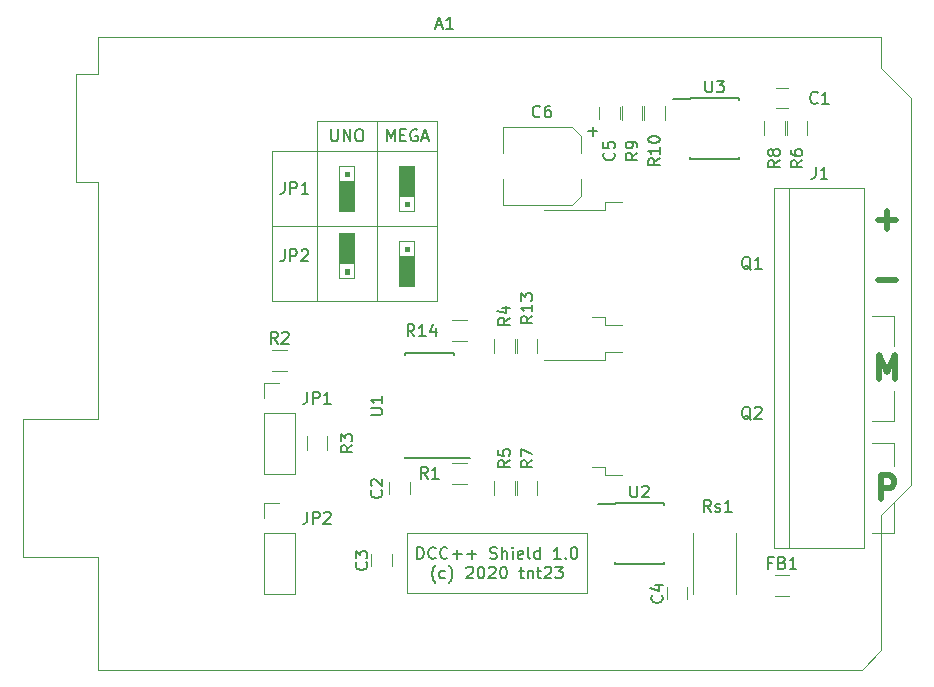
<source format=gbr>
G04 #@! TF.GenerationSoftware,KiCad,Pcbnew,(5.1.5)-2*
G04 #@! TF.CreationDate,2020-02-10T11:52:49+03:00*
G04 #@! TF.ProjectId,dccshield,64636373-6869-4656-9c64-2e6b69636164,rev?*
G04 #@! TF.SameCoordinates,Original*
G04 #@! TF.FileFunction,Legend,Top*
G04 #@! TF.FilePolarity,Positive*
%FSLAX46Y46*%
G04 Gerber Fmt 4.6, Leading zero omitted, Abs format (unit mm)*
G04 Created by KiCad (PCBNEW (5.1.5)-2) date 2020-02-10 11:52:49*
%MOMM*%
%LPD*%
G04 APERTURE LIST*
%ADD10C,0.120000*%
%ADD11C,0.150000*%
%ADD12C,0.500000*%
%ADD13C,0.100000*%
G04 APERTURE END LIST*
D10*
X150495000Y-123190000D02*
X150495000Y-118110000D01*
X165735000Y-123190000D02*
X150495000Y-123190000D01*
X165735000Y-118110000D02*
X165735000Y-123190000D01*
X150495000Y-118110000D02*
X165735000Y-118110000D01*
D11*
X151353095Y-120277380D02*
X151353095Y-119277380D01*
X151591190Y-119277380D01*
X151734047Y-119325000D01*
X151829285Y-119420238D01*
X151876904Y-119515476D01*
X151924523Y-119705952D01*
X151924523Y-119848809D01*
X151876904Y-120039285D01*
X151829285Y-120134523D01*
X151734047Y-120229761D01*
X151591190Y-120277380D01*
X151353095Y-120277380D01*
X152924523Y-120182142D02*
X152876904Y-120229761D01*
X152734047Y-120277380D01*
X152638809Y-120277380D01*
X152495952Y-120229761D01*
X152400714Y-120134523D01*
X152353095Y-120039285D01*
X152305476Y-119848809D01*
X152305476Y-119705952D01*
X152353095Y-119515476D01*
X152400714Y-119420238D01*
X152495952Y-119325000D01*
X152638809Y-119277380D01*
X152734047Y-119277380D01*
X152876904Y-119325000D01*
X152924523Y-119372619D01*
X153924523Y-120182142D02*
X153876904Y-120229761D01*
X153734047Y-120277380D01*
X153638809Y-120277380D01*
X153495952Y-120229761D01*
X153400714Y-120134523D01*
X153353095Y-120039285D01*
X153305476Y-119848809D01*
X153305476Y-119705952D01*
X153353095Y-119515476D01*
X153400714Y-119420238D01*
X153495952Y-119325000D01*
X153638809Y-119277380D01*
X153734047Y-119277380D01*
X153876904Y-119325000D01*
X153924523Y-119372619D01*
X154353095Y-119896428D02*
X155115000Y-119896428D01*
X154734047Y-120277380D02*
X154734047Y-119515476D01*
X155591190Y-119896428D02*
X156353095Y-119896428D01*
X155972142Y-120277380D02*
X155972142Y-119515476D01*
X157543571Y-120229761D02*
X157686428Y-120277380D01*
X157924523Y-120277380D01*
X158019761Y-120229761D01*
X158067380Y-120182142D01*
X158115000Y-120086904D01*
X158115000Y-119991666D01*
X158067380Y-119896428D01*
X158019761Y-119848809D01*
X157924523Y-119801190D01*
X157734047Y-119753571D01*
X157638809Y-119705952D01*
X157591190Y-119658333D01*
X157543571Y-119563095D01*
X157543571Y-119467857D01*
X157591190Y-119372619D01*
X157638809Y-119325000D01*
X157734047Y-119277380D01*
X157972142Y-119277380D01*
X158115000Y-119325000D01*
X158543571Y-120277380D02*
X158543571Y-119277380D01*
X158972142Y-120277380D02*
X158972142Y-119753571D01*
X158924523Y-119658333D01*
X158829285Y-119610714D01*
X158686428Y-119610714D01*
X158591190Y-119658333D01*
X158543571Y-119705952D01*
X159448333Y-120277380D02*
X159448333Y-119610714D01*
X159448333Y-119277380D02*
X159400714Y-119325000D01*
X159448333Y-119372619D01*
X159495952Y-119325000D01*
X159448333Y-119277380D01*
X159448333Y-119372619D01*
X160305476Y-120229761D02*
X160210238Y-120277380D01*
X160019761Y-120277380D01*
X159924523Y-120229761D01*
X159876904Y-120134523D01*
X159876904Y-119753571D01*
X159924523Y-119658333D01*
X160019761Y-119610714D01*
X160210238Y-119610714D01*
X160305476Y-119658333D01*
X160353095Y-119753571D01*
X160353095Y-119848809D01*
X159876904Y-119944047D01*
X160924523Y-120277380D02*
X160829285Y-120229761D01*
X160781666Y-120134523D01*
X160781666Y-119277380D01*
X161734047Y-120277380D02*
X161734047Y-119277380D01*
X161734047Y-120229761D02*
X161638809Y-120277380D01*
X161448333Y-120277380D01*
X161353095Y-120229761D01*
X161305476Y-120182142D01*
X161257857Y-120086904D01*
X161257857Y-119801190D01*
X161305476Y-119705952D01*
X161353095Y-119658333D01*
X161448333Y-119610714D01*
X161638809Y-119610714D01*
X161734047Y-119658333D01*
X163495952Y-120277380D02*
X162924523Y-120277380D01*
X163210238Y-120277380D02*
X163210238Y-119277380D01*
X163115000Y-119420238D01*
X163019761Y-119515476D01*
X162924523Y-119563095D01*
X163924523Y-120182142D02*
X163972142Y-120229761D01*
X163924523Y-120277380D01*
X163876904Y-120229761D01*
X163924523Y-120182142D01*
X163924523Y-120277380D01*
X164591190Y-119277380D02*
X164686428Y-119277380D01*
X164781666Y-119325000D01*
X164829285Y-119372619D01*
X164876904Y-119467857D01*
X164924523Y-119658333D01*
X164924523Y-119896428D01*
X164876904Y-120086904D01*
X164829285Y-120182142D01*
X164781666Y-120229761D01*
X164686428Y-120277380D01*
X164591190Y-120277380D01*
X164495952Y-120229761D01*
X164448333Y-120182142D01*
X164400714Y-120086904D01*
X164353095Y-119896428D01*
X164353095Y-119658333D01*
X164400714Y-119467857D01*
X164448333Y-119372619D01*
X164495952Y-119325000D01*
X164591190Y-119277380D01*
X152900714Y-122308333D02*
X152853095Y-122260714D01*
X152757857Y-122117857D01*
X152710238Y-122022619D01*
X152662619Y-121879761D01*
X152615000Y-121641666D01*
X152615000Y-121451190D01*
X152662619Y-121213095D01*
X152710238Y-121070238D01*
X152757857Y-120975000D01*
X152853095Y-120832142D01*
X152900714Y-120784523D01*
X153710238Y-121879761D02*
X153615000Y-121927380D01*
X153424523Y-121927380D01*
X153329285Y-121879761D01*
X153281666Y-121832142D01*
X153234047Y-121736904D01*
X153234047Y-121451190D01*
X153281666Y-121355952D01*
X153329285Y-121308333D01*
X153424523Y-121260714D01*
X153615000Y-121260714D01*
X153710238Y-121308333D01*
X154043571Y-122308333D02*
X154091190Y-122260714D01*
X154186428Y-122117857D01*
X154234047Y-122022619D01*
X154281666Y-121879761D01*
X154329285Y-121641666D01*
X154329285Y-121451190D01*
X154281666Y-121213095D01*
X154234047Y-121070238D01*
X154186428Y-120975000D01*
X154091190Y-120832142D01*
X154043571Y-120784523D01*
X155519761Y-121022619D02*
X155567380Y-120975000D01*
X155662619Y-120927380D01*
X155900714Y-120927380D01*
X155995952Y-120975000D01*
X156043571Y-121022619D01*
X156091190Y-121117857D01*
X156091190Y-121213095D01*
X156043571Y-121355952D01*
X155472142Y-121927380D01*
X156091190Y-121927380D01*
X156710238Y-120927380D02*
X156805476Y-120927380D01*
X156900714Y-120975000D01*
X156948333Y-121022619D01*
X156995952Y-121117857D01*
X157043571Y-121308333D01*
X157043571Y-121546428D01*
X156995952Y-121736904D01*
X156948333Y-121832142D01*
X156900714Y-121879761D01*
X156805476Y-121927380D01*
X156710238Y-121927380D01*
X156615000Y-121879761D01*
X156567380Y-121832142D01*
X156519761Y-121736904D01*
X156472142Y-121546428D01*
X156472142Y-121308333D01*
X156519761Y-121117857D01*
X156567380Y-121022619D01*
X156615000Y-120975000D01*
X156710238Y-120927380D01*
X157424523Y-121022619D02*
X157472142Y-120975000D01*
X157567380Y-120927380D01*
X157805476Y-120927380D01*
X157900714Y-120975000D01*
X157948333Y-121022619D01*
X157995952Y-121117857D01*
X157995952Y-121213095D01*
X157948333Y-121355952D01*
X157376904Y-121927380D01*
X157995952Y-121927380D01*
X158615000Y-120927380D02*
X158710238Y-120927380D01*
X158805476Y-120975000D01*
X158853095Y-121022619D01*
X158900714Y-121117857D01*
X158948333Y-121308333D01*
X158948333Y-121546428D01*
X158900714Y-121736904D01*
X158853095Y-121832142D01*
X158805476Y-121879761D01*
X158710238Y-121927380D01*
X158615000Y-121927380D01*
X158519761Y-121879761D01*
X158472142Y-121832142D01*
X158424523Y-121736904D01*
X158376904Y-121546428D01*
X158376904Y-121308333D01*
X158424523Y-121117857D01*
X158472142Y-121022619D01*
X158519761Y-120975000D01*
X158615000Y-120927380D01*
X159995952Y-121260714D02*
X160376904Y-121260714D01*
X160138809Y-120927380D02*
X160138809Y-121784523D01*
X160186428Y-121879761D01*
X160281666Y-121927380D01*
X160376904Y-121927380D01*
X160710238Y-121260714D02*
X160710238Y-121927380D01*
X160710238Y-121355952D02*
X160757857Y-121308333D01*
X160853095Y-121260714D01*
X160995952Y-121260714D01*
X161091190Y-121308333D01*
X161138809Y-121403571D01*
X161138809Y-121927380D01*
X161472142Y-121260714D02*
X161853095Y-121260714D01*
X161615000Y-120927380D02*
X161615000Y-121784523D01*
X161662619Y-121879761D01*
X161757857Y-121927380D01*
X161853095Y-121927380D01*
X162138809Y-121022619D02*
X162186428Y-120975000D01*
X162281666Y-120927380D01*
X162519761Y-120927380D01*
X162615000Y-120975000D01*
X162662619Y-121022619D01*
X162710238Y-121117857D01*
X162710238Y-121213095D01*
X162662619Y-121355952D01*
X162091190Y-121927380D01*
X162710238Y-121927380D01*
X163043571Y-120927380D02*
X163662619Y-120927380D01*
X163329285Y-121308333D01*
X163472142Y-121308333D01*
X163567380Y-121355952D01*
X163615000Y-121403571D01*
X163662619Y-121498809D01*
X163662619Y-121736904D01*
X163615000Y-121832142D01*
X163567380Y-121879761D01*
X163472142Y-121927380D01*
X163186428Y-121927380D01*
X163091190Y-121879761D01*
X163043571Y-121832142D01*
D10*
X191770000Y-118110000D02*
X191770000Y-115570000D01*
X189865000Y-118110000D02*
X191770000Y-118110000D01*
X191770000Y-110490000D02*
X191770000Y-112395000D01*
X189865000Y-110490000D02*
X191770000Y-110490000D01*
D12*
X190611190Y-115204761D02*
X190611190Y-113204761D01*
X191373095Y-113204761D01*
X191563571Y-113300000D01*
X191658809Y-113395238D01*
X191754047Y-113585714D01*
X191754047Y-113871428D01*
X191658809Y-114061904D01*
X191563571Y-114157142D01*
X191373095Y-114252380D01*
X190611190Y-114252380D01*
D10*
X191770000Y-108585000D02*
X189865000Y-108585000D01*
X191770000Y-106045000D02*
X191770000Y-108585000D01*
X191770000Y-99695000D02*
X189865000Y-99695000D01*
X191770000Y-102235000D02*
X191770000Y-99695000D01*
D12*
X190468333Y-105044761D02*
X190468333Y-103044761D01*
X191135000Y-104473333D01*
X191801666Y-103044761D01*
X191801666Y-105044761D01*
X190373095Y-96662857D02*
X191896904Y-96662857D01*
X190373095Y-91582857D02*
X191896904Y-91582857D01*
X191135000Y-92344761D02*
X191135000Y-90820952D01*
D10*
X139065000Y-85725000D02*
X139065000Y-98425000D01*
X139065000Y-92075000D02*
X153035000Y-92075000D01*
X147955000Y-83185000D02*
X147955000Y-98425000D01*
X139065000Y-85725000D02*
X153035000Y-85725000D01*
X142875000Y-98425000D02*
X142875000Y-83185000D01*
X153035000Y-98425000D02*
X139065000Y-98425000D01*
X153035000Y-83185000D02*
X153035000Y-98425000D01*
X142875000Y-83185000D02*
X153035000Y-83185000D01*
X149860000Y-90805000D02*
X151130000Y-90805000D01*
X151130000Y-90805000D02*
X151130000Y-89535000D01*
X149860000Y-89535000D02*
X149860000Y-90805000D01*
D13*
G36*
X151130000Y-89535000D02*
G01*
X149860000Y-89535000D01*
X149860000Y-86995000D01*
X151130000Y-86995000D01*
X151130000Y-89535000D01*
G37*
X151130000Y-89535000D02*
X149860000Y-89535000D01*
X149860000Y-86995000D01*
X151130000Y-86995000D01*
X151130000Y-89535000D01*
X150328333Y-90015238D02*
X150328333Y-90396190D01*
X150352142Y-90396190D02*
X150352142Y-90015238D01*
X150375952Y-90015238D02*
X150375952Y-90396190D01*
X150399761Y-90396190D02*
X150399761Y-90015238D01*
X150423571Y-90015238D02*
X150423571Y-90396190D01*
X150447380Y-90396190D02*
X150447380Y-90015238D01*
X150471190Y-90015238D02*
X150471190Y-90396190D01*
X150495000Y-90396190D02*
X150495000Y-90015238D01*
X150518809Y-90015238D02*
X150518809Y-90396190D01*
X150542619Y-90396190D02*
X150542619Y-90015238D01*
X150566428Y-90015238D02*
X150566428Y-90396190D01*
X150590238Y-90396190D02*
X150590238Y-90015238D01*
X150614047Y-90015238D02*
X150614047Y-90396190D01*
X150637857Y-90396190D02*
X150637857Y-90015238D01*
X150661666Y-90015238D02*
X150661666Y-90396190D01*
X150304523Y-90015238D02*
X150685476Y-90015238D01*
X150685476Y-90396190D01*
X150304523Y-90396190D01*
X150304523Y-90015238D01*
G36*
X151130000Y-97155000D02*
G01*
X149860000Y-97155000D01*
X149860000Y-94615000D01*
X151130000Y-94615000D01*
X151130000Y-97155000D01*
G37*
X151130000Y-97155000D02*
X149860000Y-97155000D01*
X149860000Y-94615000D01*
X151130000Y-94615000D01*
X151130000Y-97155000D01*
D10*
X149860000Y-93345000D02*
X149860000Y-94615000D01*
D13*
X150328333Y-93825238D02*
X150328333Y-94206190D01*
X150352142Y-94206190D02*
X150352142Y-93825238D01*
X150375952Y-93825238D02*
X150375952Y-94206190D01*
X150399761Y-94206190D02*
X150399761Y-93825238D01*
X150423571Y-93825238D02*
X150423571Y-94206190D01*
X150447380Y-94206190D02*
X150447380Y-93825238D01*
X150471190Y-93825238D02*
X150471190Y-94206190D01*
X150495000Y-94206190D02*
X150495000Y-93825238D01*
X150518809Y-93825238D02*
X150518809Y-94206190D01*
X150542619Y-94206190D02*
X150542619Y-93825238D01*
X150566428Y-93825238D02*
X150566428Y-94206190D01*
X150590238Y-94206190D02*
X150590238Y-93825238D01*
X150614047Y-93825238D02*
X150614047Y-94206190D01*
X150637857Y-94206190D02*
X150637857Y-93825238D01*
X150661666Y-93825238D02*
X150661666Y-94206190D01*
X150304523Y-93825238D02*
X150685476Y-93825238D01*
X150685476Y-94206190D01*
X150304523Y-94206190D01*
X150304523Y-93825238D01*
D10*
X151130000Y-93345000D02*
X149860000Y-93345000D01*
X151130000Y-94615000D02*
X151130000Y-93345000D01*
D13*
X145248333Y-95730238D02*
X145248333Y-96111190D01*
X145272142Y-96111190D02*
X145272142Y-95730238D01*
X145295952Y-95730238D02*
X145295952Y-96111190D01*
X145319761Y-96111190D02*
X145319761Y-95730238D01*
X145343571Y-95730238D02*
X145343571Y-96111190D01*
X145367380Y-96111190D02*
X145367380Y-95730238D01*
X145391190Y-95730238D02*
X145391190Y-96111190D01*
X145415000Y-96111190D02*
X145415000Y-95730238D01*
X145438809Y-95730238D02*
X145438809Y-96111190D01*
X145462619Y-96111190D02*
X145462619Y-95730238D01*
X145486428Y-95730238D02*
X145486428Y-96111190D01*
X145510238Y-96111190D02*
X145510238Y-95730238D01*
X145534047Y-95730238D02*
X145534047Y-96111190D01*
X145557857Y-96111190D02*
X145557857Y-95730238D01*
X145581666Y-95730238D02*
X145581666Y-96111190D01*
X145224523Y-95730238D02*
X145605476Y-95730238D01*
X145605476Y-96111190D01*
X145224523Y-96111190D01*
X145224523Y-95730238D01*
X145248333Y-87475238D02*
X145248333Y-87856190D01*
X145272142Y-87856190D02*
X145272142Y-87475238D01*
X145295952Y-87475238D02*
X145295952Y-87856190D01*
X145319761Y-87856190D02*
X145319761Y-87475238D01*
X145343571Y-87475238D02*
X145343571Y-87856190D01*
X145367380Y-87856190D02*
X145367380Y-87475238D01*
X145391190Y-87475238D02*
X145391190Y-87856190D01*
X145415000Y-87856190D02*
X145415000Y-87475238D01*
X145438809Y-87475238D02*
X145438809Y-87856190D01*
X145462619Y-87856190D02*
X145462619Y-87475238D01*
X145486428Y-87475238D02*
X145486428Y-87856190D01*
X145510238Y-87856190D02*
X145510238Y-87475238D01*
X145534047Y-87475238D02*
X145534047Y-87856190D01*
X145557857Y-87856190D02*
X145557857Y-87475238D01*
X145581666Y-87475238D02*
X145581666Y-87856190D01*
X145224523Y-87475238D02*
X145605476Y-87475238D01*
X145605476Y-87856190D01*
X145224523Y-87856190D01*
X145224523Y-87475238D01*
G36*
X146050000Y-95250000D02*
G01*
X144780000Y-95250000D01*
X144780000Y-92710000D01*
X146050000Y-92710000D01*
X146050000Y-95250000D01*
G37*
X146050000Y-95250000D02*
X144780000Y-95250000D01*
X144780000Y-92710000D01*
X146050000Y-92710000D01*
X146050000Y-95250000D01*
D10*
X146050000Y-96520000D02*
X146050000Y-95250000D01*
X144780000Y-96520000D02*
X146050000Y-96520000D01*
X144780000Y-95250000D02*
X144780000Y-96520000D01*
X144780000Y-86995000D02*
X144780000Y-88265000D01*
X146050000Y-86995000D02*
X144780000Y-86995000D01*
X146050000Y-88265000D02*
X146050000Y-86995000D01*
D13*
G36*
X146050000Y-90805000D02*
G01*
X144780000Y-90805000D01*
X144780000Y-88265000D01*
X146050000Y-88265000D01*
X146050000Y-90805000D01*
G37*
X146050000Y-90805000D02*
X144780000Y-90805000D01*
X144780000Y-88265000D01*
X146050000Y-88265000D01*
X146050000Y-90805000D01*
D11*
X140136666Y-94067380D02*
X140136666Y-94781666D01*
X140089047Y-94924523D01*
X139993809Y-95019761D01*
X139850952Y-95067380D01*
X139755714Y-95067380D01*
X140612857Y-95067380D02*
X140612857Y-94067380D01*
X140993809Y-94067380D01*
X141089047Y-94115000D01*
X141136666Y-94162619D01*
X141184285Y-94257857D01*
X141184285Y-94400714D01*
X141136666Y-94495952D01*
X141089047Y-94543571D01*
X140993809Y-94591190D01*
X140612857Y-94591190D01*
X141565238Y-94162619D02*
X141612857Y-94115000D01*
X141708095Y-94067380D01*
X141946190Y-94067380D01*
X142041428Y-94115000D01*
X142089047Y-94162619D01*
X142136666Y-94257857D01*
X142136666Y-94353095D01*
X142089047Y-94495952D01*
X141517619Y-95067380D01*
X142136666Y-95067380D01*
X140136666Y-88352380D02*
X140136666Y-89066666D01*
X140089047Y-89209523D01*
X139993809Y-89304761D01*
X139850952Y-89352380D01*
X139755714Y-89352380D01*
X140612857Y-89352380D02*
X140612857Y-88352380D01*
X140993809Y-88352380D01*
X141089047Y-88400000D01*
X141136666Y-88447619D01*
X141184285Y-88542857D01*
X141184285Y-88685714D01*
X141136666Y-88780952D01*
X141089047Y-88828571D01*
X140993809Y-88876190D01*
X140612857Y-88876190D01*
X142136666Y-89352380D02*
X141565238Y-89352380D01*
X141850952Y-89352380D02*
X141850952Y-88352380D01*
X141755714Y-88495238D01*
X141660476Y-88590476D01*
X141565238Y-88638095D01*
X148780714Y-84907380D02*
X148780714Y-83907380D01*
X149114047Y-84621666D01*
X149447380Y-83907380D01*
X149447380Y-84907380D01*
X149923571Y-84383571D02*
X150256904Y-84383571D01*
X150399761Y-84907380D02*
X149923571Y-84907380D01*
X149923571Y-83907380D01*
X150399761Y-83907380D01*
X151352142Y-83955000D02*
X151256904Y-83907380D01*
X151114047Y-83907380D01*
X150971190Y-83955000D01*
X150875952Y-84050238D01*
X150828333Y-84145476D01*
X150780714Y-84335952D01*
X150780714Y-84478809D01*
X150828333Y-84669285D01*
X150875952Y-84764523D01*
X150971190Y-84859761D01*
X151114047Y-84907380D01*
X151209285Y-84907380D01*
X151352142Y-84859761D01*
X151399761Y-84812142D01*
X151399761Y-84478809D01*
X151209285Y-84478809D01*
X151780714Y-84621666D02*
X152256904Y-84621666D01*
X151685476Y-84907380D02*
X152018809Y-83907380D01*
X152352142Y-84907380D01*
X144081666Y-83907380D02*
X144081666Y-84716904D01*
X144129285Y-84812142D01*
X144176904Y-84859761D01*
X144272142Y-84907380D01*
X144462619Y-84907380D01*
X144557857Y-84859761D01*
X144605476Y-84812142D01*
X144653095Y-84716904D01*
X144653095Y-83907380D01*
X145129285Y-84907380D02*
X145129285Y-83907380D01*
X145700714Y-84907380D01*
X145700714Y-83907380D01*
X146367380Y-83907380D02*
X146557857Y-83907380D01*
X146653095Y-83955000D01*
X146748333Y-84050238D01*
X146795952Y-84240714D01*
X146795952Y-84574047D01*
X146748333Y-84764523D01*
X146653095Y-84859761D01*
X146557857Y-84907380D01*
X146367380Y-84907380D01*
X146272142Y-84859761D01*
X146176904Y-84764523D01*
X146129285Y-84574047D01*
X146129285Y-84240714D01*
X146176904Y-84050238D01*
X146272142Y-83955000D01*
X146367380Y-83907380D01*
D10*
X182845000Y-123435000D02*
X181645000Y-123435000D01*
X181645000Y-121675000D02*
X182845000Y-121675000D01*
X190630000Y-116590000D02*
X193170000Y-114050000D01*
X190630000Y-128020000D02*
X190630000Y-116590000D01*
X188980000Y-129670000D02*
X190630000Y-128020000D01*
X124330000Y-129670000D02*
X188980000Y-129670000D01*
X124330000Y-120140000D02*
X124330000Y-129670000D01*
X117980000Y-120140000D02*
X124330000Y-120140000D01*
X117980000Y-108460000D02*
X117980000Y-120140000D01*
X124330000Y-108460000D02*
X117980000Y-108460000D01*
X124330000Y-88390000D02*
X124330000Y-108460000D01*
X122430000Y-88390000D02*
X124330000Y-88390000D01*
X122430000Y-79250000D02*
X122430000Y-88390000D01*
X124330000Y-79250000D02*
X122430000Y-79250000D01*
X124330000Y-76070000D02*
X124330000Y-79250000D01*
X190630000Y-76070000D02*
X124330000Y-76070000D01*
X190630000Y-78740000D02*
X190630000Y-76070000D01*
X193170000Y-81280000D02*
X190630000Y-78740000D01*
X193170000Y-114050000D02*
X193170000Y-81280000D01*
X158625000Y-83695000D02*
X158625000Y-85875000D01*
X158625000Y-90295000D02*
X158625000Y-88115000D01*
X165225000Y-84455000D02*
X165225000Y-85875000D01*
X165225000Y-89535000D02*
X165225000Y-88115000D01*
X158625000Y-83695000D02*
X164465000Y-83695000D01*
X164465000Y-83695000D02*
X165225000Y-84455000D01*
X165225000Y-89535000D02*
X164465000Y-90295000D01*
X164465000Y-90295000D02*
X158625000Y-90295000D01*
X154340000Y-100085000D02*
X155540000Y-100085000D01*
X155540000Y-101845000D02*
X154340000Y-101845000D01*
X161535000Y-101635000D02*
X161535000Y-102835000D01*
X159775000Y-102835000D02*
X159775000Y-101635000D01*
X166790000Y-82050000D02*
X166790000Y-83050000D01*
X168490000Y-83050000D02*
X168490000Y-82050000D01*
X174205000Y-123690000D02*
X174205000Y-122690000D01*
X172505000Y-122690000D02*
X172505000Y-123690000D01*
X147486000Y-119896000D02*
X147486000Y-120896000D01*
X149186000Y-120896000D02*
X149186000Y-119896000D01*
X150710000Y-114800000D02*
X150710000Y-113800000D01*
X149010000Y-113800000D02*
X149010000Y-114800000D01*
X182745000Y-80430000D02*
X181745000Y-80430000D01*
X181745000Y-82130000D02*
X182745000Y-82130000D01*
X170570000Y-83150000D02*
X170570000Y-81950000D01*
X172330000Y-81950000D02*
X172330000Y-83150000D01*
X168665000Y-83150000D02*
X168665000Y-81950000D01*
X170425000Y-81950000D02*
X170425000Y-83150000D01*
D11*
X174455000Y-81245000D02*
X174455000Y-81295000D01*
X178605000Y-81245000D02*
X178605000Y-81390000D01*
X178605000Y-86395000D02*
X178605000Y-86250000D01*
X174455000Y-86395000D02*
X174455000Y-86250000D01*
X174455000Y-81245000D02*
X178605000Y-81245000D01*
X174455000Y-86395000D02*
X178605000Y-86395000D01*
X174455000Y-81295000D02*
X173055000Y-81295000D01*
D10*
X174710000Y-123250000D02*
X174710000Y-118050000D01*
X178350000Y-118050000D02*
X178350000Y-123250000D01*
X180730000Y-84420000D02*
X180730000Y-83220000D01*
X182490000Y-83220000D02*
X182490000Y-84420000D01*
X161535000Y-113700000D02*
X161535000Y-114900000D01*
X159775000Y-114900000D02*
X159775000Y-113700000D01*
X182635000Y-84420000D02*
X182635000Y-83220000D01*
X184395000Y-83220000D02*
X184395000Y-84420000D01*
X159630000Y-113700000D02*
X159630000Y-114900000D01*
X157870000Y-114900000D02*
X157870000Y-113700000D01*
X159630000Y-101635000D02*
X159630000Y-102835000D01*
X157870000Y-102835000D02*
X157870000Y-101635000D01*
X143755000Y-109890000D02*
X143755000Y-111090000D01*
X141995000Y-111090000D02*
X141995000Y-109890000D01*
X140300000Y-104385000D02*
X139100000Y-104385000D01*
X139100000Y-102625000D02*
X140300000Y-102625000D01*
X155540000Y-113910000D02*
X154340000Y-113910000D01*
X154340000Y-112150000D02*
X155540000Y-112150000D01*
X189230000Y-88900000D02*
X181610000Y-88900000D01*
X181610000Y-119380000D02*
X189230000Y-119380000D01*
X182880000Y-88900000D02*
X182880000Y-119380000D01*
X189230000Y-88900000D02*
X189230000Y-119380000D01*
X181610000Y-88900000D02*
X181610000Y-119380000D01*
D11*
X168105000Y-115535000D02*
X168105000Y-115585000D01*
X172255000Y-115535000D02*
X172255000Y-115680000D01*
X172255000Y-120685000D02*
X172255000Y-120540000D01*
X168105000Y-120685000D02*
X168105000Y-120540000D01*
X168105000Y-115535000D02*
X172255000Y-115535000D01*
X168105000Y-120685000D02*
X172255000Y-120685000D01*
X168105000Y-115585000D02*
X166705000Y-115585000D01*
X154475000Y-111765000D02*
X154475000Y-111740000D01*
X150325000Y-111765000D02*
X150325000Y-111650000D01*
X150325000Y-102865000D02*
X150325000Y-102980000D01*
X154475000Y-102865000D02*
X154475000Y-102980000D01*
X154475000Y-111765000D02*
X150325000Y-111765000D01*
X154475000Y-102865000D02*
X150325000Y-102865000D01*
X154475000Y-111740000D02*
X155850000Y-111740000D01*
D10*
X168730000Y-102750000D02*
X167230000Y-102750000D01*
X167230000Y-102750000D02*
X167230000Y-103440000D01*
X167230000Y-103440000D02*
X162105000Y-103440000D01*
X168730000Y-113150000D02*
X167230000Y-113150000D01*
X167230000Y-113150000D02*
X167230000Y-112460000D01*
X167230000Y-112460000D02*
X166130000Y-112460000D01*
X168730000Y-90050000D02*
X167230000Y-90050000D01*
X167230000Y-90050000D02*
X167230000Y-90740000D01*
X167230000Y-90740000D02*
X162105000Y-90740000D01*
X168730000Y-100450000D02*
X167230000Y-100450000D01*
X167230000Y-100450000D02*
X167230000Y-99760000D01*
X167230000Y-99760000D02*
X166130000Y-99760000D01*
X138370000Y-105350000D02*
X139700000Y-105350000D01*
X138370000Y-106680000D02*
X138370000Y-105350000D01*
X138370000Y-107950000D02*
X141030000Y-107950000D01*
X141030000Y-107950000D02*
X141030000Y-113090000D01*
X138370000Y-107950000D02*
X138370000Y-113090000D01*
X138370000Y-113090000D02*
X141030000Y-113090000D01*
X138370000Y-123250000D02*
X141030000Y-123250000D01*
X138370000Y-118110000D02*
X138370000Y-123250000D01*
X141030000Y-118110000D02*
X141030000Y-123250000D01*
X138370000Y-118110000D02*
X141030000Y-118110000D01*
X138370000Y-116840000D02*
X138370000Y-115510000D01*
X138370000Y-115510000D02*
X139700000Y-115510000D01*
D11*
X181411666Y-120578571D02*
X181078333Y-120578571D01*
X181078333Y-121102380D02*
X181078333Y-120102380D01*
X181554523Y-120102380D01*
X182268809Y-120578571D02*
X182411666Y-120626190D01*
X182459285Y-120673809D01*
X182506904Y-120769047D01*
X182506904Y-120911904D01*
X182459285Y-121007142D01*
X182411666Y-121054761D01*
X182316428Y-121102380D01*
X181935476Y-121102380D01*
X181935476Y-120102380D01*
X182268809Y-120102380D01*
X182364047Y-120150000D01*
X182411666Y-120197619D01*
X182459285Y-120292857D01*
X182459285Y-120388095D01*
X182411666Y-120483333D01*
X182364047Y-120530952D01*
X182268809Y-120578571D01*
X181935476Y-120578571D01*
X183459285Y-121102380D02*
X182887857Y-121102380D01*
X183173571Y-121102380D02*
X183173571Y-120102380D01*
X183078333Y-120245238D01*
X182983095Y-120340476D01*
X182887857Y-120388095D01*
X152955714Y-75096666D02*
X153431904Y-75096666D01*
X152860476Y-75382380D02*
X153193809Y-74382380D01*
X153527142Y-75382380D01*
X154384285Y-75382380D02*
X153812857Y-75382380D01*
X154098571Y-75382380D02*
X154098571Y-74382380D01*
X154003333Y-74525238D01*
X153908095Y-74620476D01*
X153812857Y-74668095D01*
X161758333Y-82792142D02*
X161710714Y-82839761D01*
X161567857Y-82887380D01*
X161472619Y-82887380D01*
X161329761Y-82839761D01*
X161234523Y-82744523D01*
X161186904Y-82649285D01*
X161139285Y-82458809D01*
X161139285Y-82315952D01*
X161186904Y-82125476D01*
X161234523Y-82030238D01*
X161329761Y-81935000D01*
X161472619Y-81887380D01*
X161567857Y-81887380D01*
X161710714Y-81935000D01*
X161758333Y-81982619D01*
X162615476Y-81887380D02*
X162425000Y-81887380D01*
X162329761Y-81935000D01*
X162282142Y-81982619D01*
X162186904Y-82125476D01*
X162139285Y-82315952D01*
X162139285Y-82696904D01*
X162186904Y-82792142D01*
X162234523Y-82839761D01*
X162329761Y-82887380D01*
X162520238Y-82887380D01*
X162615476Y-82839761D01*
X162663095Y-82792142D01*
X162710714Y-82696904D01*
X162710714Y-82458809D01*
X162663095Y-82363571D01*
X162615476Y-82315952D01*
X162520238Y-82268333D01*
X162329761Y-82268333D01*
X162234523Y-82315952D01*
X162186904Y-82363571D01*
X162139285Y-82458809D01*
X165824047Y-84056428D02*
X166585952Y-84056428D01*
X166205000Y-84437380D02*
X166205000Y-83675476D01*
X151122142Y-101417380D02*
X150788809Y-100941190D01*
X150550714Y-101417380D02*
X150550714Y-100417380D01*
X150931666Y-100417380D01*
X151026904Y-100465000D01*
X151074523Y-100512619D01*
X151122142Y-100607857D01*
X151122142Y-100750714D01*
X151074523Y-100845952D01*
X151026904Y-100893571D01*
X150931666Y-100941190D01*
X150550714Y-100941190D01*
X152074523Y-101417380D02*
X151503095Y-101417380D01*
X151788809Y-101417380D02*
X151788809Y-100417380D01*
X151693571Y-100560238D01*
X151598333Y-100655476D01*
X151503095Y-100703095D01*
X152931666Y-100750714D02*
X152931666Y-101417380D01*
X152693571Y-100369761D02*
X152455476Y-101084047D01*
X153074523Y-101084047D01*
X161107380Y-99702857D02*
X160631190Y-100036190D01*
X161107380Y-100274285D02*
X160107380Y-100274285D01*
X160107380Y-99893333D01*
X160155000Y-99798095D01*
X160202619Y-99750476D01*
X160297857Y-99702857D01*
X160440714Y-99702857D01*
X160535952Y-99750476D01*
X160583571Y-99798095D01*
X160631190Y-99893333D01*
X160631190Y-100274285D01*
X161107380Y-98750476D02*
X161107380Y-99321904D01*
X161107380Y-99036190D02*
X160107380Y-99036190D01*
X160250238Y-99131428D01*
X160345476Y-99226666D01*
X160393095Y-99321904D01*
X160107380Y-98417142D02*
X160107380Y-97798095D01*
X160488333Y-98131428D01*
X160488333Y-97988571D01*
X160535952Y-97893333D01*
X160583571Y-97845714D01*
X160678809Y-97798095D01*
X160916904Y-97798095D01*
X161012142Y-97845714D01*
X161059761Y-97893333D01*
X161107380Y-97988571D01*
X161107380Y-98274285D01*
X161059761Y-98369523D01*
X161012142Y-98417142D01*
X167997142Y-85891666D02*
X168044761Y-85939285D01*
X168092380Y-86082142D01*
X168092380Y-86177380D01*
X168044761Y-86320238D01*
X167949523Y-86415476D01*
X167854285Y-86463095D01*
X167663809Y-86510714D01*
X167520952Y-86510714D01*
X167330476Y-86463095D01*
X167235238Y-86415476D01*
X167140000Y-86320238D01*
X167092380Y-86177380D01*
X167092380Y-86082142D01*
X167140000Y-85939285D01*
X167187619Y-85891666D01*
X167092380Y-84986904D02*
X167092380Y-85463095D01*
X167568571Y-85510714D01*
X167520952Y-85463095D01*
X167473333Y-85367857D01*
X167473333Y-85129761D01*
X167520952Y-85034523D01*
X167568571Y-84986904D01*
X167663809Y-84939285D01*
X167901904Y-84939285D01*
X167997142Y-84986904D01*
X168044761Y-85034523D01*
X168092380Y-85129761D01*
X168092380Y-85367857D01*
X168044761Y-85463095D01*
X167997142Y-85510714D01*
X172061142Y-123356666D02*
X172108761Y-123404285D01*
X172156380Y-123547142D01*
X172156380Y-123642380D01*
X172108761Y-123785238D01*
X172013523Y-123880476D01*
X171918285Y-123928095D01*
X171727809Y-123975714D01*
X171584952Y-123975714D01*
X171394476Y-123928095D01*
X171299238Y-123880476D01*
X171204000Y-123785238D01*
X171156380Y-123642380D01*
X171156380Y-123547142D01*
X171204000Y-123404285D01*
X171251619Y-123356666D01*
X171489714Y-122499523D02*
X172156380Y-122499523D01*
X171108761Y-122737619D02*
X171823047Y-122975714D01*
X171823047Y-122356666D01*
X147042142Y-120562666D02*
X147089761Y-120610285D01*
X147137380Y-120753142D01*
X147137380Y-120848380D01*
X147089761Y-120991238D01*
X146994523Y-121086476D01*
X146899285Y-121134095D01*
X146708809Y-121181714D01*
X146565952Y-121181714D01*
X146375476Y-121134095D01*
X146280238Y-121086476D01*
X146185000Y-120991238D01*
X146137380Y-120848380D01*
X146137380Y-120753142D01*
X146185000Y-120610285D01*
X146232619Y-120562666D01*
X146137380Y-120229333D02*
X146137380Y-119610285D01*
X146518333Y-119943619D01*
X146518333Y-119800761D01*
X146565952Y-119705523D01*
X146613571Y-119657904D01*
X146708809Y-119610285D01*
X146946904Y-119610285D01*
X147042142Y-119657904D01*
X147089761Y-119705523D01*
X147137380Y-119800761D01*
X147137380Y-120086476D01*
X147089761Y-120181714D01*
X147042142Y-120229333D01*
X148312142Y-114466666D02*
X148359761Y-114514285D01*
X148407380Y-114657142D01*
X148407380Y-114752380D01*
X148359761Y-114895238D01*
X148264523Y-114990476D01*
X148169285Y-115038095D01*
X147978809Y-115085714D01*
X147835952Y-115085714D01*
X147645476Y-115038095D01*
X147550238Y-114990476D01*
X147455000Y-114895238D01*
X147407380Y-114752380D01*
X147407380Y-114657142D01*
X147455000Y-114514285D01*
X147502619Y-114466666D01*
X147502619Y-114085714D02*
X147455000Y-114038095D01*
X147407380Y-113942857D01*
X147407380Y-113704761D01*
X147455000Y-113609523D01*
X147502619Y-113561904D01*
X147597857Y-113514285D01*
X147693095Y-113514285D01*
X147835952Y-113561904D01*
X148407380Y-114133333D01*
X148407380Y-113514285D01*
X185253333Y-81637142D02*
X185205714Y-81684761D01*
X185062857Y-81732380D01*
X184967619Y-81732380D01*
X184824761Y-81684761D01*
X184729523Y-81589523D01*
X184681904Y-81494285D01*
X184634285Y-81303809D01*
X184634285Y-81160952D01*
X184681904Y-80970476D01*
X184729523Y-80875238D01*
X184824761Y-80780000D01*
X184967619Y-80732380D01*
X185062857Y-80732380D01*
X185205714Y-80780000D01*
X185253333Y-80827619D01*
X186205714Y-81732380D02*
X185634285Y-81732380D01*
X185920000Y-81732380D02*
X185920000Y-80732380D01*
X185824761Y-80875238D01*
X185729523Y-80970476D01*
X185634285Y-81018095D01*
X171902380Y-86367857D02*
X171426190Y-86701190D01*
X171902380Y-86939285D02*
X170902380Y-86939285D01*
X170902380Y-86558333D01*
X170950000Y-86463095D01*
X170997619Y-86415476D01*
X171092857Y-86367857D01*
X171235714Y-86367857D01*
X171330952Y-86415476D01*
X171378571Y-86463095D01*
X171426190Y-86558333D01*
X171426190Y-86939285D01*
X171902380Y-85415476D02*
X171902380Y-85986904D01*
X171902380Y-85701190D02*
X170902380Y-85701190D01*
X171045238Y-85796428D01*
X171140476Y-85891666D01*
X171188095Y-85986904D01*
X170902380Y-84796428D02*
X170902380Y-84701190D01*
X170950000Y-84605952D01*
X170997619Y-84558333D01*
X171092857Y-84510714D01*
X171283333Y-84463095D01*
X171521428Y-84463095D01*
X171711904Y-84510714D01*
X171807142Y-84558333D01*
X171854761Y-84605952D01*
X171902380Y-84701190D01*
X171902380Y-84796428D01*
X171854761Y-84891666D01*
X171807142Y-84939285D01*
X171711904Y-84986904D01*
X171521428Y-85034523D01*
X171283333Y-85034523D01*
X171092857Y-84986904D01*
X170997619Y-84939285D01*
X170950000Y-84891666D01*
X170902380Y-84796428D01*
X169997380Y-85891666D02*
X169521190Y-86225000D01*
X169997380Y-86463095D02*
X168997380Y-86463095D01*
X168997380Y-86082142D01*
X169045000Y-85986904D01*
X169092619Y-85939285D01*
X169187857Y-85891666D01*
X169330714Y-85891666D01*
X169425952Y-85939285D01*
X169473571Y-85986904D01*
X169521190Y-86082142D01*
X169521190Y-86463095D01*
X169997380Y-85415476D02*
X169997380Y-85225000D01*
X169949761Y-85129761D01*
X169902142Y-85082142D01*
X169759285Y-84986904D01*
X169568809Y-84939285D01*
X169187857Y-84939285D01*
X169092619Y-84986904D01*
X169045000Y-85034523D01*
X168997380Y-85129761D01*
X168997380Y-85320238D01*
X169045000Y-85415476D01*
X169092619Y-85463095D01*
X169187857Y-85510714D01*
X169425952Y-85510714D01*
X169521190Y-85463095D01*
X169568809Y-85415476D01*
X169616428Y-85320238D01*
X169616428Y-85129761D01*
X169568809Y-85034523D01*
X169521190Y-84986904D01*
X169425952Y-84939285D01*
X175768095Y-79772380D02*
X175768095Y-80581904D01*
X175815714Y-80677142D01*
X175863333Y-80724761D01*
X175958571Y-80772380D01*
X176149047Y-80772380D01*
X176244285Y-80724761D01*
X176291904Y-80677142D01*
X176339523Y-80581904D01*
X176339523Y-79772380D01*
X176720476Y-79772380D02*
X177339523Y-79772380D01*
X177006190Y-80153333D01*
X177149047Y-80153333D01*
X177244285Y-80200952D01*
X177291904Y-80248571D01*
X177339523Y-80343809D01*
X177339523Y-80581904D01*
X177291904Y-80677142D01*
X177244285Y-80724761D01*
X177149047Y-80772380D01*
X176863333Y-80772380D01*
X176768095Y-80724761D01*
X176720476Y-80677142D01*
X176212571Y-116276380D02*
X175879238Y-115800190D01*
X175641142Y-116276380D02*
X175641142Y-115276380D01*
X176022095Y-115276380D01*
X176117333Y-115324000D01*
X176164952Y-115371619D01*
X176212571Y-115466857D01*
X176212571Y-115609714D01*
X176164952Y-115704952D01*
X176117333Y-115752571D01*
X176022095Y-115800190D01*
X175641142Y-115800190D01*
X176593523Y-116228761D02*
X176688761Y-116276380D01*
X176879238Y-116276380D01*
X176974476Y-116228761D01*
X177022095Y-116133523D01*
X177022095Y-116085904D01*
X176974476Y-115990666D01*
X176879238Y-115943047D01*
X176736380Y-115943047D01*
X176641142Y-115895428D01*
X176593523Y-115800190D01*
X176593523Y-115752571D01*
X176641142Y-115657333D01*
X176736380Y-115609714D01*
X176879238Y-115609714D01*
X176974476Y-115657333D01*
X177974476Y-116276380D02*
X177403047Y-116276380D01*
X177688761Y-116276380D02*
X177688761Y-115276380D01*
X177593523Y-115419238D01*
X177498285Y-115514476D01*
X177403047Y-115562095D01*
X182062380Y-86526666D02*
X181586190Y-86860000D01*
X182062380Y-87098095D02*
X181062380Y-87098095D01*
X181062380Y-86717142D01*
X181110000Y-86621904D01*
X181157619Y-86574285D01*
X181252857Y-86526666D01*
X181395714Y-86526666D01*
X181490952Y-86574285D01*
X181538571Y-86621904D01*
X181586190Y-86717142D01*
X181586190Y-87098095D01*
X181490952Y-85955238D02*
X181443333Y-86050476D01*
X181395714Y-86098095D01*
X181300476Y-86145714D01*
X181252857Y-86145714D01*
X181157619Y-86098095D01*
X181110000Y-86050476D01*
X181062380Y-85955238D01*
X181062380Y-85764761D01*
X181110000Y-85669523D01*
X181157619Y-85621904D01*
X181252857Y-85574285D01*
X181300476Y-85574285D01*
X181395714Y-85621904D01*
X181443333Y-85669523D01*
X181490952Y-85764761D01*
X181490952Y-85955238D01*
X181538571Y-86050476D01*
X181586190Y-86098095D01*
X181681428Y-86145714D01*
X181871904Y-86145714D01*
X181967142Y-86098095D01*
X182014761Y-86050476D01*
X182062380Y-85955238D01*
X182062380Y-85764761D01*
X182014761Y-85669523D01*
X181967142Y-85621904D01*
X181871904Y-85574285D01*
X181681428Y-85574285D01*
X181586190Y-85621904D01*
X181538571Y-85669523D01*
X181490952Y-85764761D01*
X161107380Y-111926666D02*
X160631190Y-112260000D01*
X161107380Y-112498095D02*
X160107380Y-112498095D01*
X160107380Y-112117142D01*
X160155000Y-112021904D01*
X160202619Y-111974285D01*
X160297857Y-111926666D01*
X160440714Y-111926666D01*
X160535952Y-111974285D01*
X160583571Y-112021904D01*
X160631190Y-112117142D01*
X160631190Y-112498095D01*
X160107380Y-111593333D02*
X160107380Y-110926666D01*
X161107380Y-111355238D01*
X183967380Y-86526666D02*
X183491190Y-86860000D01*
X183967380Y-87098095D02*
X182967380Y-87098095D01*
X182967380Y-86717142D01*
X183015000Y-86621904D01*
X183062619Y-86574285D01*
X183157857Y-86526666D01*
X183300714Y-86526666D01*
X183395952Y-86574285D01*
X183443571Y-86621904D01*
X183491190Y-86717142D01*
X183491190Y-87098095D01*
X182967380Y-85669523D02*
X182967380Y-85860000D01*
X183015000Y-85955238D01*
X183062619Y-86002857D01*
X183205476Y-86098095D01*
X183395952Y-86145714D01*
X183776904Y-86145714D01*
X183872142Y-86098095D01*
X183919761Y-86050476D01*
X183967380Y-85955238D01*
X183967380Y-85764761D01*
X183919761Y-85669523D01*
X183872142Y-85621904D01*
X183776904Y-85574285D01*
X183538809Y-85574285D01*
X183443571Y-85621904D01*
X183395952Y-85669523D01*
X183348333Y-85764761D01*
X183348333Y-85955238D01*
X183395952Y-86050476D01*
X183443571Y-86098095D01*
X183538809Y-86145714D01*
X159202380Y-111926666D02*
X158726190Y-112260000D01*
X159202380Y-112498095D02*
X158202380Y-112498095D01*
X158202380Y-112117142D01*
X158250000Y-112021904D01*
X158297619Y-111974285D01*
X158392857Y-111926666D01*
X158535714Y-111926666D01*
X158630952Y-111974285D01*
X158678571Y-112021904D01*
X158726190Y-112117142D01*
X158726190Y-112498095D01*
X158202380Y-111021904D02*
X158202380Y-111498095D01*
X158678571Y-111545714D01*
X158630952Y-111498095D01*
X158583333Y-111402857D01*
X158583333Y-111164761D01*
X158630952Y-111069523D01*
X158678571Y-111021904D01*
X158773809Y-110974285D01*
X159011904Y-110974285D01*
X159107142Y-111021904D01*
X159154761Y-111069523D01*
X159202380Y-111164761D01*
X159202380Y-111402857D01*
X159154761Y-111498095D01*
X159107142Y-111545714D01*
X159202380Y-99861666D02*
X158726190Y-100195000D01*
X159202380Y-100433095D02*
X158202380Y-100433095D01*
X158202380Y-100052142D01*
X158250000Y-99956904D01*
X158297619Y-99909285D01*
X158392857Y-99861666D01*
X158535714Y-99861666D01*
X158630952Y-99909285D01*
X158678571Y-99956904D01*
X158726190Y-100052142D01*
X158726190Y-100433095D01*
X158535714Y-99004523D02*
X159202380Y-99004523D01*
X158154761Y-99242619D02*
X158869047Y-99480714D01*
X158869047Y-98861666D01*
X145867380Y-110656666D02*
X145391190Y-110990000D01*
X145867380Y-111228095D02*
X144867380Y-111228095D01*
X144867380Y-110847142D01*
X144915000Y-110751904D01*
X144962619Y-110704285D01*
X145057857Y-110656666D01*
X145200714Y-110656666D01*
X145295952Y-110704285D01*
X145343571Y-110751904D01*
X145391190Y-110847142D01*
X145391190Y-111228095D01*
X144867380Y-110323333D02*
X144867380Y-109704285D01*
X145248333Y-110037619D01*
X145248333Y-109894761D01*
X145295952Y-109799523D01*
X145343571Y-109751904D01*
X145438809Y-109704285D01*
X145676904Y-109704285D01*
X145772142Y-109751904D01*
X145819761Y-109799523D01*
X145867380Y-109894761D01*
X145867380Y-110180476D01*
X145819761Y-110275714D01*
X145772142Y-110323333D01*
X139533333Y-102052380D02*
X139200000Y-101576190D01*
X138961904Y-102052380D02*
X138961904Y-101052380D01*
X139342857Y-101052380D01*
X139438095Y-101100000D01*
X139485714Y-101147619D01*
X139533333Y-101242857D01*
X139533333Y-101385714D01*
X139485714Y-101480952D01*
X139438095Y-101528571D01*
X139342857Y-101576190D01*
X138961904Y-101576190D01*
X139914285Y-101147619D02*
X139961904Y-101100000D01*
X140057142Y-101052380D01*
X140295238Y-101052380D01*
X140390476Y-101100000D01*
X140438095Y-101147619D01*
X140485714Y-101242857D01*
X140485714Y-101338095D01*
X140438095Y-101480952D01*
X139866666Y-102052380D01*
X140485714Y-102052380D01*
X152233333Y-113482380D02*
X151900000Y-113006190D01*
X151661904Y-113482380D02*
X151661904Y-112482380D01*
X152042857Y-112482380D01*
X152138095Y-112530000D01*
X152185714Y-112577619D01*
X152233333Y-112672857D01*
X152233333Y-112815714D01*
X152185714Y-112910952D01*
X152138095Y-112958571D01*
X152042857Y-113006190D01*
X151661904Y-113006190D01*
X153185714Y-113482380D02*
X152614285Y-113482380D01*
X152900000Y-113482380D02*
X152900000Y-112482380D01*
X152804761Y-112625238D01*
X152709523Y-112720476D01*
X152614285Y-112768095D01*
X185086666Y-87082380D02*
X185086666Y-87796666D01*
X185039047Y-87939523D01*
X184943809Y-88034761D01*
X184800952Y-88082380D01*
X184705714Y-88082380D01*
X186086666Y-88082380D02*
X185515238Y-88082380D01*
X185800952Y-88082380D02*
X185800952Y-87082380D01*
X185705714Y-87225238D01*
X185610476Y-87320476D01*
X185515238Y-87368095D01*
X169418095Y-114062380D02*
X169418095Y-114871904D01*
X169465714Y-114967142D01*
X169513333Y-115014761D01*
X169608571Y-115062380D01*
X169799047Y-115062380D01*
X169894285Y-115014761D01*
X169941904Y-114967142D01*
X169989523Y-114871904D01*
X169989523Y-114062380D01*
X170418095Y-114157619D02*
X170465714Y-114110000D01*
X170560952Y-114062380D01*
X170799047Y-114062380D01*
X170894285Y-114110000D01*
X170941904Y-114157619D01*
X170989523Y-114252857D01*
X170989523Y-114348095D01*
X170941904Y-114490952D01*
X170370476Y-115062380D01*
X170989523Y-115062380D01*
X147407380Y-108076904D02*
X148216904Y-108076904D01*
X148312142Y-108029285D01*
X148359761Y-107981666D01*
X148407380Y-107886428D01*
X148407380Y-107695952D01*
X148359761Y-107600714D01*
X148312142Y-107553095D01*
X148216904Y-107505476D01*
X147407380Y-107505476D01*
X148407380Y-106505476D02*
X148407380Y-107076904D01*
X148407380Y-106791190D02*
X147407380Y-106791190D01*
X147550238Y-106886428D01*
X147645476Y-106981666D01*
X147693095Y-107076904D01*
X179609761Y-108497619D02*
X179514523Y-108450000D01*
X179419285Y-108354761D01*
X179276428Y-108211904D01*
X179181190Y-108164285D01*
X179085952Y-108164285D01*
X179133571Y-108402380D02*
X179038333Y-108354761D01*
X178943095Y-108259523D01*
X178895476Y-108069047D01*
X178895476Y-107735714D01*
X178943095Y-107545238D01*
X179038333Y-107450000D01*
X179133571Y-107402380D01*
X179324047Y-107402380D01*
X179419285Y-107450000D01*
X179514523Y-107545238D01*
X179562142Y-107735714D01*
X179562142Y-108069047D01*
X179514523Y-108259523D01*
X179419285Y-108354761D01*
X179324047Y-108402380D01*
X179133571Y-108402380D01*
X179943095Y-107497619D02*
X179990714Y-107450000D01*
X180085952Y-107402380D01*
X180324047Y-107402380D01*
X180419285Y-107450000D01*
X180466904Y-107497619D01*
X180514523Y-107592857D01*
X180514523Y-107688095D01*
X180466904Y-107830952D01*
X179895476Y-108402380D01*
X180514523Y-108402380D01*
X179609761Y-95797619D02*
X179514523Y-95750000D01*
X179419285Y-95654761D01*
X179276428Y-95511904D01*
X179181190Y-95464285D01*
X179085952Y-95464285D01*
X179133571Y-95702380D02*
X179038333Y-95654761D01*
X178943095Y-95559523D01*
X178895476Y-95369047D01*
X178895476Y-95035714D01*
X178943095Y-94845238D01*
X179038333Y-94750000D01*
X179133571Y-94702380D01*
X179324047Y-94702380D01*
X179419285Y-94750000D01*
X179514523Y-94845238D01*
X179562142Y-95035714D01*
X179562142Y-95369047D01*
X179514523Y-95559523D01*
X179419285Y-95654761D01*
X179324047Y-95702380D01*
X179133571Y-95702380D01*
X180514523Y-95702380D02*
X179943095Y-95702380D01*
X180228809Y-95702380D02*
X180228809Y-94702380D01*
X180133571Y-94845238D01*
X180038333Y-94940476D01*
X179943095Y-94988095D01*
X142041666Y-106132380D02*
X142041666Y-106846666D01*
X141994047Y-106989523D01*
X141898809Y-107084761D01*
X141755952Y-107132380D01*
X141660714Y-107132380D01*
X142517857Y-107132380D02*
X142517857Y-106132380D01*
X142898809Y-106132380D01*
X142994047Y-106180000D01*
X143041666Y-106227619D01*
X143089285Y-106322857D01*
X143089285Y-106465714D01*
X143041666Y-106560952D01*
X142994047Y-106608571D01*
X142898809Y-106656190D01*
X142517857Y-106656190D01*
X144041666Y-107132380D02*
X143470238Y-107132380D01*
X143755952Y-107132380D02*
X143755952Y-106132380D01*
X143660714Y-106275238D01*
X143565476Y-106370476D01*
X143470238Y-106418095D01*
X142041666Y-116292380D02*
X142041666Y-117006666D01*
X141994047Y-117149523D01*
X141898809Y-117244761D01*
X141755952Y-117292380D01*
X141660714Y-117292380D01*
X142517857Y-117292380D02*
X142517857Y-116292380D01*
X142898809Y-116292380D01*
X142994047Y-116340000D01*
X143041666Y-116387619D01*
X143089285Y-116482857D01*
X143089285Y-116625714D01*
X143041666Y-116720952D01*
X142994047Y-116768571D01*
X142898809Y-116816190D01*
X142517857Y-116816190D01*
X143470238Y-116387619D02*
X143517857Y-116340000D01*
X143613095Y-116292380D01*
X143851190Y-116292380D01*
X143946428Y-116340000D01*
X143994047Y-116387619D01*
X144041666Y-116482857D01*
X144041666Y-116578095D01*
X143994047Y-116720952D01*
X143422619Y-117292380D01*
X144041666Y-117292380D01*
M02*

</source>
